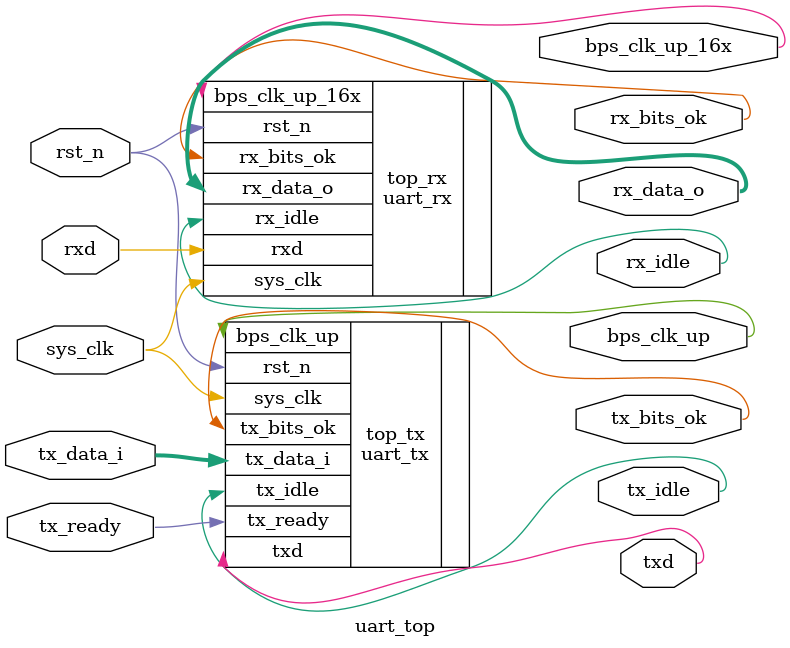
<source format=v>
`include "uart_defines.v"
module uart_top (
  rst_n,
  sys_clk,
  bps_clk_up,			//对应tx端处理用的时钟
	bps_clk_up_16x,	//对应rx端处理用的时钟(tx端16倍)
  rxd,
  rx_data_o,
  rx_idle,
  rx_bits_ok,
  tx_ready,
  tx_data_i,
  txd,
  tx_idle,
  tx_bits_ok
);
  input         rst_n;
  input         sys_clk;
  output        bps_clk_up;
	output				bps_clk_up_16x;
  input         rxd;
  output  [7:0] rx_data_o;
  output        rx_idle;
  output        rx_bits_ok;
  input         tx_ready;
  input   [7:0] tx_data_i;
  output        txd;
  output        tx_idle;
  output        tx_bits_ok;

  uart_rx top_rx (
    .rst_n					( rst_n ),
    .sys_clk				( sys_clk ),
    .bps_clk_up_16x ( bps_clk_up_16x ),
    .rxd						( rxd ),
    .rx_data_o			( rx_data_o ),
    .rx_idle				( rx_idle ),
    .rx_bits_ok			( rx_bits_ok )
  );

  uart_tx top_tx (
    .rst_n					( rst_n ),
    .sys_clk				( sys_clk ),
    .bps_clk_up			( bps_clk_up ),
    .tx_ready				( tx_ready ),
    .tx_data_i			( tx_data_i ),
    .txd						( txd ),
    .tx_idle				( tx_idle ),
    .tx_bits_ok			( tx_bits_ok )
  );
endmodule

</source>
